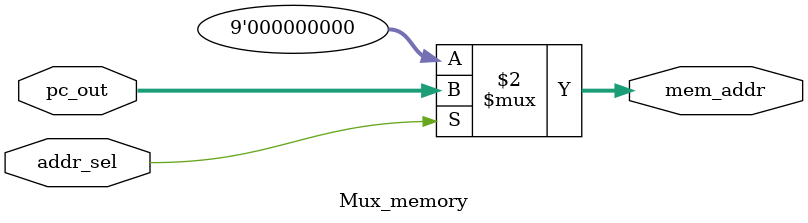
<source format=v>
module RAM(clk,read_address,write_address,write,din,dout);
  parameter data_width = 32; 
  parameter addr_width = 4;
  parameter filename = "data.txt";

  input clk;
  input [addr_width-1:0] read_address, write_address;
  input write;
  input [data_width-1:0] din;
  output [data_width-1:0] dout;
  reg [data_width-1:0] dout;

  reg [data_width-1:0] mem [2**addr_width-1:0];

  initial $readmemb(data.txt, mem);

  always @ (posedge clk) begin
    if (write)
      mem[write_address] <= din;
    dout <= mem[read_address]; // dout doesn't get din in this clock cycle 
                               // (this is due to Verilog non-blocking assignment "<=")
  end 
endmodule
 
module PC(next_pc, pc_out, load_pc, clk); // logic for program counter
  input [8:0] next_pc;
  input load_pc, clk;
  output reg [8:0] pc_out;
  
  always@(posedge clk) begin //dependent on clock
   pc_out = (load_pc) ? next_pc: pc_out;
  end 
  
endmodule

module Mux_pc(pc_out, reset_pc, next_pc); // logic for multiplexer before the PC
  input [8:0] pc_out;
  input reset_pc;
  output wire [8:0] next_pc;
  
  assign next_pc = (reset_pc) ? 8'b00000000 : (pc_out + 1'b1) ; // when reset  = 0 , value going int0 PC is incremented, such that PC stores address of next instruction

endmodule

module Mux_memory(pc_out, addr_sel, mem_addr);
  input [8:0] pc_out;
  input addr_sel;
  output wire [8:0] mem_addr;
  
  assign mem_addr = (addr_sel)? pc_out : 8'b00000000;
endmodule

</source>
